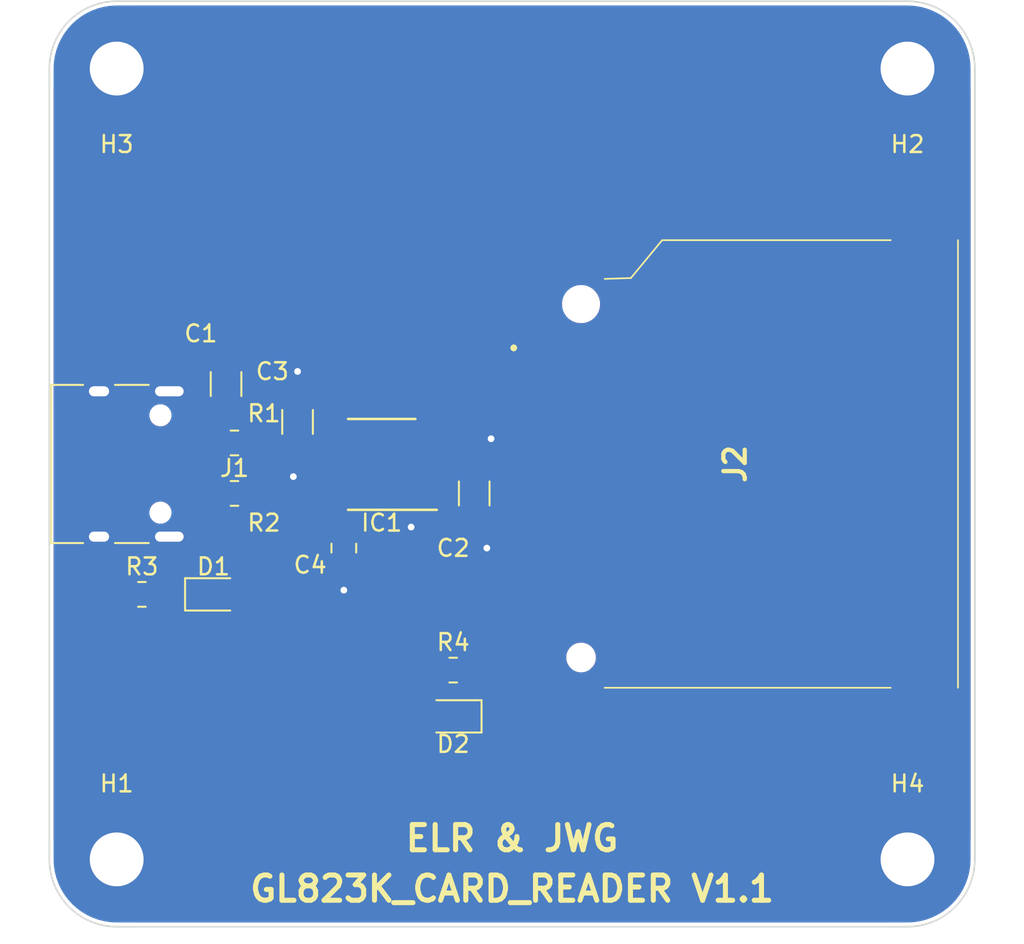
<source format=kicad_pcb>
(kicad_pcb (version 20211014) (generator pcbnew)
  (layers (0 "F.Cu" signal) (31 "B.Cu" signal) (34 "B.Paste" user) (35 "F.Paste" user) (36 "B.SilkS" user "B.Silkscreen") (37 "F.SilkS" user "F.Silkscreen") (38 "B.Mask" user) (39 "F.Mask" user) (44 "Edge.Cuts" user))
  (net 0 "")
  (net 1 "+5V")
  (net 2 "GND")
  (net 3 "/PMOS")
  (net 4 "+3V3")
  (net 5 "Net-(D1-Pad1)")
  (net 6 "Net-(D2-Pad1)")
  (net 7 "Net-(J1-PadA5)")
  (net 8 "/USB1DP")
  (net 9 "/USB1DM")
  (net 11 "Net-(J1-PadB5)")
  (net 13 "/DATA2")
  (net 14 "/DATA3")
  (net 15 "/CMD")
  (net 16 "/CLK")
  (net 17 "/DATA0")
  (net 18 "/DATA1")
  (net 19 "/SD_CD")
  (net 21 "/LED")
  (footprint "Connector_USB:USB_C_Receptacle_HRO_TYPE-C-31-M-12" (layer "F.Cu") (at 125 90.5 -90)
    (fp_text reference "J1" (at 0.25 -7) (layer "F.SilkS"))
    (fp_text value "USB_C_Receptacle_USB2.0")
    (fp_line (start -4.7 3.9) (end 4.7 3.9) (layer "F.SilkS") (width 0.12))
    (fp_line (start 4.7 2) (end 4.7 3.9) (layer "F.SilkS") (width 0.12))
    (fp_line (start 4.7 -1.9) (end 4.7 0.1) (layer "F.SilkS") (width 0.12))
    (fp_line (start -4.7 -1.9) (end -4.7 0.1) (layer "F.SilkS") (width 0.12))
    (fp_line (start -4.7 2) (end -4.7 3.9) (layer "F.SilkS") (width 0.12))
    (pad "" np_thru_hole circle locked (at 2.89 -2.6 270) (size 0.65 0.65) (drill 0.65) (layers *.Cu *.Mask))
    (pad "" np_thru_hole circle locked (at -2.89 -2.6 270) (size 0.65 0.65) (drill 0.65) (layers *.Cu *.Mask))
    (pad "A1" smd rect locked (at -3.25 -4.045 270) (size 0.6 1.45) (layers "F.Cu" "F.Paste" "F.Mask") (net 2 "GND"))
    (pad "A4" smd rect locked (at -2.45 -4.045 270) (size 0.6 1.45) (layers "F.Cu" "F.Paste" "F.Mask") (net 1 "+5V"))
    (pad "A5" smd rect locked (at -1.25 -4.045 270) (size 0.3 1.45) (layers "F.Cu" "F.Paste" "F.Mask") (net 7 "Net-(J1-PadA5)"))
    (pad "A6" smd rect locked (at -0.25 -4.045 270) (size 0.3 1.45) (layers "F.Cu" "F.Paste" "F.Mask") (net 8 "/USB1DP"))
    (pad "A7" smd rect locked (at 0.25 -4.045 270) (size 0.3 1.45) (layers "F.Cu" "F.Paste" "F.Mask") (net 9 "/USB1DM"))
    (pad "A8" smd rect locked (at 1.25 -4.045 270) (size 0.3 1.45) (layers "F.Cu" "F.Paste" "F.Mask"))
    (pad "A9" smd rect locked (at 2.45 -4.045 270) (size 0.6 1.45) (layers "F.Cu" "F.Paste" "F.Mask") (net 1 "+5V"))
    (pad "A12" smd rect locked (at 3.25 -4.045 270) (size 0.6 1.45) (layers "F.Cu" "F.Paste" "F.Mask") (net 2 "GND"))
    (pad "B1" smd rect locked (at 3.25 -4.045 270) (size 0.6 1.45) (layers "F.Cu" "F.Paste" "F.Mask") (net 2 "GND"))
    (pad "B4" smd rect locked (at 2.45 -4.045 270) (size 0.6 1.45) (layers "F.Cu" "F.Paste" "F.Mask") (net 1 "+5V"))
    (pad "B5" smd rect locked (at 1.75 -4.045 270) (size 0.3 1.45) (layers "F.Cu" "F.Paste" "F.Mask") (net 11 "Net-(J1-PadB5)"))
    (pad "B6" smd rect locked (at 0.75 -4.045 270) (size 0.3 1.45) (layers "F.Cu" "F.Paste" "F.Mask") (net 8 "/USB1DP"))
    (pad "B7" smd rect locked (at -0.75 -4.045 270) (size 0.3 1.45) (layers "F.Cu" "F.Paste" "F.Mask") (net 9 "/USB1DM"))
    (pad "B8" smd rect locked (at -1.75 -4.045 270) (size 0.3 1.45) (layers "F.Cu" "F.Paste" "F.Mask"))
    (pad "B9" smd rect locked (at -2.45 -4.045 270) (size 0.6 1.45) (layers "F.Cu" "F.Paste" "F.Mask") (net 1 "+5V"))
    (pad "B12" smd rect locked (at -3.25 -4.045 270) (size 0.6 1.45) (layers "F.Cu" "F.Paste" "F.Mask") (net 2 "GND"))
    (pad "S1" thru_hole oval locked (at 4.32 1.05 270) (size 1 1.6) (drill oval 0.6 1.2) (layers *.Cu *.Mask) (net 2 "GND"))
    (pad "S1" thru_hole oval locked (at -4.32 -3.13 270) (size 1 2.1) (drill oval 0.6 1.7) (layers *.Cu *.Mask) (net 2 "GND"))
    (pad "S1" thru_hole oval locked (at 4.32 -3.13 270) (size 1 2.1) (drill oval 0.6 1.7) (layers *.Cu *.Mask) (net 2 "GND"))
    (pad "S1" thru_hole oval locked (at -4.32 1.05 270) (size 1 1.6) (drill oval 0.6 1.2) (layers *.Cu *.Mask) (net 2 "GND"))
  )
  (footprint "Resistor_SMD:R_0805_2012Metric" (layer "F.Cu") (at 145 102.75)
    (fp_text reference "R4" (at 0 -1.65) (layer "F.SilkS"))
    (fp_text value "470")
    (fp_line (start -0.227064 -0.735) (end 0.227064 -0.735) (layer "F.SilkS") (width 0.12))
    (fp_line (start -0.227064 0.735) (end 0.227064 0.735) (layer "F.SilkS") (width 0.12))
    (pad "1" smd roundrect (at -0.9125 0) (size 1.025 1.4) (layers "F.Cu" "F.Paste" "F.Mask") (roundrect_rratio 0.243902439) (net 21 "/LED"))
    (pad "2" smd roundrect (at 0.9125 0) (size 1.025 1.4) (layers "F.Cu" "F.Paste" "F.Mask") (roundrect_rratio 0.243902439) (net 6 "Net-(D2-Pad1)"))
  )
  (footprint "Resistor_SMD:R_0805_2012Metric" (layer "F.Cu") (at 132 92.25)
    (fp_text reference "R2" (at 1.75 1.75) (layer "F.SilkS"))
    (fp_text value "5K1")
    (fp_line (start -0.227064 -0.735) (end 0.227064 -0.735) (layer "F.SilkS") (width 0.12))
    (fp_line (start -0.227064 0.735) (end 0.227064 0.735) (layer "F.SilkS") (width 0.12))
    (pad "1" smd roundrect (at -0.9125 0) (size 1.025 1.4) (layers "F.Cu" "F.Paste" "F.Mask") (roundrect_rratio 0.243902439) (net 11 "Net-(J1-PadB5)"))
    (pad "2" smd roundrect (at 0.9125 0) (size 1.025 1.4) (layers "F.Cu" "F.Paste" "F.Mask") (roundrect_rratio 0.243902439) (net 2 "GND"))
  )
  (footprint "MountingHole:MountingHole_3.2mm_M3_Pad" (layer "F.Cu") (at 172 114)
    (fp_text reference "H4" (at 0 -4.5) (layer "F.SilkS"))
    (fp_text value "MountingHole_Pad")
    (pad "1" thru_hole circle locked (at 0 0) (size 6.4 6.4) (drill 3.2) (layers *.Cu *.Mask) (net 2 "GND"))
  )
  (footprint "LED_SMD:LED_0805_2012Metric" (layer "F.Cu") (at 130.75 98.25)
    (fp_text reference "D1" (at 0 -1.65) (layer "F.SilkS"))
    (fp_text value "ORANGE")
    (fp_line (start 1 -0.96) (end -1.685 -0.96) (layer "F.SilkS") (width 0.12))
    (fp_line (start -1.685 -0.96) (end -1.685 0.96) (layer "F.SilkS") (width 0.12))
    (fp_line (start -1.685 0.96) (end 1 0.96) (layer "F.SilkS") (width 0.12))
    (pad "1" smd roundrect (at -0.9375 0) (size 0.975 1.4) (layers "F.Cu" "F.Paste" "F.Mask") (net 5 "Net-(D1-Pad1)"))
    (pad "2" smd roundrect (at 0.9375 0) (size 0.975 1.4) (layers "F.Cu" "F.Paste" "F.Mask") (net 4 "+3V3"))
  )
  (footprint "SamacSys_Parts:20410214" (layer "F.Cu") (at 174.475 76.85 90)
    (fp_text reference "J2" (at -13.65 -12.725 90) (layer "F.SilkS") (effects (font (size 1.27 1.27) (thickness 0.254))))
    (fp_text value "2041021-4" hide)
    (fp_line (start -0.35 -17.055) (end -2.6 -18.915) (layer "F.SilkS") (width 0.1))
    (fp_line (start -2.6 -18.915) (end -2.65 -20.475) (layer "F.SilkS") (width 0.1))
    (fp_line (start -26.95 -20.475) (end -26.95 -3.475) (layer "F.SilkS") (width 0.1))
    (fp_line (start -6.65 -25.875) (end -6.65 -25.875) (layer "F.SilkS") (width 0.2))
    (fp_line (start -0.35 -3.475) (end -0.35 -17.055) (layer "F.SilkS") (width 0.1))
    (fp_line (start -6.85 -25.875) (end -6.85 -25.875) (layer "F.SilkS") (width 0.2))
    (fp_line (start -26.95 0.525) (end -0.35 0.525) (layer "F.SilkS") (width 0.1))
    (fp_arc (start -6.65 -25.875) (mid -6.75 -25.775) (end -6.85 -25.875) (layer "F.SilkS") (width 0.2))
    (fp_arc (start -6.85 -25.875) (mid -6.75 -25.975) (end -6.65 -25.875) (layer "F.SilkS") (width 0.2))
    (pad "" np_thru_hole circle locked (at -25.15 -21.875 90) (size 1.1 1.1) (drill 1.1) (layers *.Cu *.Mask))
    (pad "" np_thru_hole circle locked (at -4.15 -21.875 90) (size 1.6 1.6) (drill 1.6) (layers *.Cu *.Mask))
    (pad "1" smd rect locked (at -6.775 -24.675 90) (size 1 1.5) (layers "F.Cu" "F.Paste" "F.Mask") (net 14 "/DATA3"))
    (pad "2" smd rect locked (at -9.275 -24.675 90) (size 1 1.5) (layers "F.Cu" "F.Paste" "F.Mask") (net 15 "/CMD"))
    (pad "3" smd rect locked (at -11.775 -24.675 90) (size 1 1.5) (layers "F.Cu" "F.Paste" "F.Mask") (net 2 "GND"))
    (pad "4" smd rect locked (at -14.275 -24.675 90) (size 1 1.5) (layers "F.Cu" "F.Paste" "F.Mask") (net 3 "/PMOS"))
    (pad "5" smd rect locked (at -16.775 -24.675 90) (size 1 1.5) (layers "F.Cu" "F.Paste" "F.Mask") (net 16 "/CLK"))
    (pad "6" smd rect locked (at -19.275 -24.675 90) (size 1 1.5) (layers "F.Cu" "F.Paste" "F.Mask") (net 2 "GND"))
    (pad "7" smd rect locked (at -21.705 -24.675 90) (size 1 1.5) (layers "F.Cu" "F.Paste" "F.Mask") (net 17 "/DATA0"))
    (pad "8" smd rect locked (at -23.405 -24.675 90) (size 1 1.5) (layers "F.Cu" "F.Paste" "F.Mask") (net 18 "/DATA1"))
    (pad "9" smd rect locked (at -4.275 -24.675 90) (size 1 1.5) (layers "F.Cu" "F.Paste" "F.Mask") (net 13 "/DATA2"))
    (pad "10" smd rect locked (at -24.705 -24.675 90) (size 0.7 1.5) (layers "F.Cu" "F.Paste" "F.Mask") (net 19 "/SD_CD"))
    (pad "11" smd rect locked (at -25.905 -24.675 90) (size 0.7 1.5) (layers "F.Cu" "F.Paste" "F.Mask"))
    (pad "12" smd rect locked (at -27.3 -22.875 90) (size 1.5 2.8) (layers "F.Cu" "F.Paste" "F.Mask") (net 2 "GND"))
    (pad "13" smd rect locked (at -27.3 -1.375 90) (size 1.5 2.8) (layers "F.Cu" "F.Paste" "F.Mask") (net 2 "GND"))
    (pad "14" smd rect locked (at 0 -1.375 90) (size 1.5 2.8) (layers "F.Cu" "F.Paste" "F.Mask") (net 2 "GND"))
    (pad "15" smd rect locked (at -2.2 -22.875 90) (size 1.5 2.8) (layers "F.Cu" "F.Paste" "F.Mask") (net 2 "GND"))
  )
  (footprint "MountingHole:MountingHole_3.2mm_M3_Pad" (layer "F.Cu") (at 125 67)
    (fp_text reference "H3" (at 0 4.5) (layer "F.SilkS"))
    (fp_text value "MountingHole_Pad")
    (pad "1" thru_hole circle locked (at 0 0) (size 6.4 6.4) (drill 3.2) (layers *.Cu *.Mask) (net 2 "GND"))
  )
  (footprint "MountingHole:MountingHole_3.2mm_M3_Pad" (layer "F.Cu") (at 172 67)
    (fp_text reference "H2" (at 0 4.5) (layer "F.SilkS"))
    (fp_text value "MountingHole_Pad")
    (pad "1" thru_hole circle locked (at 0 0) (size 6.4 6.4) (drill 3.2) (layers *.Cu *.Mask) (net 2 "GND"))
  )
  (footprint "LED_SMD:LED_0805_2012Metric" (layer "F.Cu") (at 145 105.5 180)
    (fp_text reference "D2" (at 0 -1.65) (layer "F.SilkS"))
    (fp_text value "ORANGE")
    (fp_line (start -1.685 -0.96) (end -1.685 0.96) (layer "F.SilkS") (width 0.12))
    (fp_line (start 1 -0.96) (end -1.685 -0.96) (layer "F.SilkS") (width 0.12))
    (fp_line (start -1.685 0.96) (end 1 0.96) (layer "F.SilkS") (width 0.12))
    (pad "1" smd roundrect (at -0.9375 0 180) (size 0.975 1.4) (layers "F.Cu" "F.Paste" "F.Mask") (net 6 "Net-(D2-Pad1)"))
    (pad "2" smd roundrect (at 0.9375 0 180) (size 0.975 1.4) (layers "F.Cu" "F.Paste" "F.Mask") (net 4 "+3V3"))
  )
  (footprint "MountingHole:MountingHole_3.2mm_M3_Pad" (layer "F.Cu") (at 125 114)
    (fp_text reference "H1" (at 0 -4.5) (layer "F.SilkS"))
    (fp_text value "MountingHole_Pad")
    (pad "1" thru_hole circle locked (at 0 0) (size 6.4 6.4) (drill 3.2) (layers *.Cu *.Mask) (net 2 "GND"))
  )
  (footprint "Capacitor_SMD:C_1206_3216Metric" (layer "F.Cu") (at 135.75 88 90)
    (fp_text reference "C3" (at 3 -1.5) (layer "F.SilkS"))
    (fp_text value "10u")
    (fp_line (start -0.711252 0.91) (end 0.711252 0.91) (layer "F.SilkS") (width 0.12))
    (fp_line (start -0.711252 -0.91) (end 0.711252 -0.91) (layer "F.SilkS") (width 0.12))
    (pad "1" smd roundrect (at -1.475 0 90) (size 1.15 1.8) (layers "F.Cu" "F.Paste" "F.Mask") (roundrect_rratio 0.2173913043) (net 4 "+3V3"))
    (pad "2" smd roundrect (at 1.475 0 90) (size 1.15 1.8) (layers "F.Cu" "F.Paste" "F.Mask") (roundrect_rratio 0.2173913043) (net 2 "GND"))
  )
  (footprint "Resistor_SMD:R_0805_2012Metric" (layer "F.Cu") (at 132 89.25)
    (fp_text reference "R1" (at 1.75 -1.75) (layer "F.SilkS"))
    (fp_text value "5K1")
    (fp_line (start -0.227064 -0.735) (end 0.227064 -0.735) (layer "F.SilkS") (width 0.12))
    (fp_line (start -0.227064 0.735) (end 0.227064 0.735) (layer "F.SilkS") (width 0.12))
    (pad "1" smd roundrect (at -0.9125 0) (size 1.025 1.4) (layers "F.Cu" "F.Paste" "F.Mask") (roundrect_rratio 0.243902439) (net 7 "Net-(J1-PadA5)"))
    (pad "2" smd roundrect (at 0.9125 0) (size 1.025 1.4) (layers "F.Cu" "F.Paste" "F.Mask") (roundrect_rratio 0.243902439) (net 2 "GND"))
  )
  (footprint "Capacitor_SMD:C_1206_3216Metric" (layer "F.Cu") (at 131.5 85.75 90)
    (fp_text reference "C1" (at 3 -1.5) (layer "F.SilkS"))
    (fp_text value "10u")
    (fp_line (start -0.711252 0.91) (end 0.711252 0.91) (layer "F.SilkS") (width 0.12))
    (fp_line (start -0.711252 -0.91) (end 0.711252 -0.91) (layer "F.SilkS") (width 0.12))
    (pad "1" smd roundrect (at -1.475 0 90) (size 1.15 1.8) (layers "F.Cu" "F.Paste" "F.Mask") (roundrect_rratio 0.2173913043) (net 1 "+5V"))
    (pad "2" smd roundrect (at 1.475 0 90) (size 1.15 1.8) (layers "F.Cu" "F.Paste" "F.Mask") (roundrect_rratio 0.2173913043) (net 2 "GND"))
  )
  (footprint "Package_SO:SSOP-16_3.9x4.9mm_P0.635mm" (layer "F.Cu") (at 140.75 90.5 180)
    (fp_text reference "IC1" (at 0 -3.5 180) (layer "F.SilkS"))
    (fp_text value "GL823K")
    (fp_line (start -2 2.675) (end 2 2.675) (layer "F.SilkS") (width 0.15))
    (fp_line (start -3.275 -2.725) (end 2 -2.725) (layer "F.SilkS") (width 0.15))
    (pad "1" smd rect (at -2.6 -2.2225 180) (size 1.2 0.4) (layers "F.Cu" "F.Paste" "F.Mask") (net 2 "GND"))
    (pad "2" smd rect (at -2.6 -1.5875 180) (size 1.2 0.4) (layers "F.Cu" "F.Paste" "F.Mask") (net 18 "/DATA1"))
    (pad "3" smd rect (at -2.6 -0.9525 180) (size 1.2 0.4) (layers "F.Cu" "F.Paste" "F.Mask") (net 17 "/DATA0"))
    (pad "4" smd rect (at -2.6 -0.3175 180) (size 1.2 0.4) (layers "F.Cu" "F.Paste" "F.Mask") (net 16 "/CLK"))
    (pad "5" smd rect (at -2.6 0.3175 180) (size 1.2 0.4) (layers "F.Cu" "F.Paste" "F.Mask") (net 15 "/CMD"))
    (pad "6" smd rect (at -2.6 0.9525 180) (size 1.2 0.4) (layers "F.Cu" "F.Paste" "F.Mask") (net 14 "/DATA3"))
    (pad "7" smd rect (at -2.6 1.5875 180) (size 1.2 0.4) (layers "F.Cu" "F.Paste" "F.Mask") (net 13 "/DATA2"))
    (pad "8" smd rect (at -2.6 2.2225 180) (size 1.2 0.4) (layers "F.Cu" "F.Paste" "F.Mask") (net 3 "/PMOS"))
    (pad "9" smd rect (at 2.6 2.2225 180) (size 1.2 0.4) (layers "F.Cu" "F.Paste" "F.Mask") (net 4 "+3V3"))
    (pad "10" smd rect (at 2.6 1.5875 180) (size 1.2 0.4) (layers "F.Cu" "F.Paste" "F.Mask") (net 1 "+5V"))
    (pad "11" smd rect (at 2.6 0.9525 180) (size 1.2 0.4) (layers "F.Cu" "F.Paste" "F.Mask") (net 19 "/SD_CD"))
    (pad "12" smd rect (at 2.6 0.3175 180) (size 1.2 0.4) (layers "F.Cu" "F.Paste" "F.Mask") (net 21 "/LED"))
    (pad "13" smd rect (at 2.6 -0.3175 180) (size 1.2 0.4) (layers "F.Cu" "F.Paste" "F.Mask") (net 4 "+3V3"))
    (pad "14" smd rect (at 2.6 -0.9525 180) (size 1.2 0.4) (layers "F.Cu" "F.Paste" "F.Mask") (net 2 "GND"))
    (pad "15" smd rect (at 2.6 -1.5875 180) (size 1.2 0.4) (layers "F.Cu" "F.Paste" "F.Mask") (net 8 "/USB1DP"))
    (pad "16" smd rect (at 2.6 -2.2225 180) (size 1.2 0.4) (layers "F.Cu" "F.Paste" "F.Mask") (net 9 "/USB1DM"))
  )
  (footprint "Capacitor_SMD:C_0805_2012Metric" (layer "F.Cu") (at 138.5 95.5 -90)
    (fp_text reference "C4" (at 1 2) (layer "F.SilkS"))
    (fp_text value "0.1u")
    (fp_line (start -0.261252 -0.735) (end 0.261252 -0.735) (layer "F.SilkS") (width 0.12))
    (fp_line (start -0.261252 0.735) (end 0.261252 0.735) (layer "F.SilkS") (width 0.12))
    (pad "1" smd roundrect (at -0.95 0 270) (size 1 1.45) (layers "F.Cu" "F.Paste" "F.Mask") (net 4 "+3V3"))
    (pad "2" smd roundrect (at 0.95 0 270) (size 1 1.45) (layers "F.Cu" "F.Paste" "F.Mask") (net 2 "GND"))
  )
  (footprint "Capacitor_SMD:C_1206_3216Metric" (layer "F.Cu") (at 146.25 92.25 -90)
    (fp_text reference "C2" (at 3.25 1.25) (layer "F.SilkS"))
    (fp_text value "10u")
    (fp_line (start -0.711252 -0.91) (end 0.711252 -0.91) (layer "F.SilkS") (width 0.12))
    (fp_line (start -0.711252 0.91) (end 0.711252 0.91) (layer "F.SilkS") (width 0.12))
    (pad "1" smd roundrect (at -1.475 0 270) (size 1.15 1.8) (layers "F.Cu" "F.Paste" "F.Mask") (roundrect_rratio 0.2173913043) (net 3 "/PMOS"))
    (pad "2" smd roundrect (at 1.475 0 270) (size 1.15 1.8) (layers "F.Cu" "F.Paste" "F.Mask") (roundrect_rratio 0.2173913043) (net 2 "GND"))
  )
  (footprint "Resistor_SMD:R_0805_2012Metric" (layer "F.Cu") (at 126.5 98.25)
    (fp_text reference "R3" (at 0 -1.65) (layer "F.SilkS"))
    (fp_text value "470")
    (fp_line (start -0.227064 -0.735) (end 0.227064 -0.735) (layer "F.SilkS") (width 0.12))
    (fp_line (start -0.227064 0.735) (end 0.227064 0.735) (layer "F.SilkS") (width 0.12))
    (pad "1" smd roundrect (at -0.9125 0) (size 1.025 1.4) (layers "F.Cu" "F.Paste" "F.Mask") (roundrect_rratio 0.243902439) (net 2 "GND"))
    (pad "2" smd roundrect (at 0.9125 0) (size 1.025 1.4) (layers "F.Cu" "F.Paste" "F.Mask") (roundrect_rratio 0.243902439) (net 5 "Net-(D1-Pad1)"))
  )
  (gr_arc locked (start 176 114) (mid 174.828427 116.828427) (end 172 118) (layer "Edge.Cuts") (width 0.1))
  (gr_arc locked (start 121 67) (mid 122.171573 64.171573) (end 125 63) (layer "Edge.Cuts") (width 0.1))
  (gr_arc locked (start 172 63) (mid 174.828427 64.171573) (end 176 67) (layer "Edge.Cuts") (width 0.1))
  (gr_line locked (start 125 63) (end 172 63) (layer "Edge.Cuts") (width 0.1))
  (gr_line locked (start 176 67) (end 176 114) (layer "Edge.Cuts") (width 0.1))
  (gr_arc locked (start 125 118) (mid 122.171573 116.828427) (end 121 114) (layer "Edge.Cuts") (width 0.1))
  (gr_line locked (start 121 67) (end 121 114) (layer "Edge.Cuts") (width 0.1))
  (gr_line locked (start 125 118) (end 172 118) (layer "Edge.Cuts") (width 0.1))
  (gr_text "ELR & JWG" (at 148.5 112.75) (layer "F.SilkS") (effects (font (size 1.5 1.5) (thickness 0.3))))
  (gr_text "GL823K_CARD_READER V1.1" (at 148.5 115.75) (layer "F.SilkS") (effects (font (size 1.5 1.5) (thickness 0.3))))
  (segment (start 139.088 88.912) (end 138.05 88.912) (width 0.4) (layer "F.Cu") (net 1))
  (segment (start 129.045 88.05) (end 131.55 88.05) (width 0.4) (layer "F.Cu") (net 1))
  (segment (start 131.5 88) (end 131.55 88.05) (width 0.4) (layer "F.Cu") (net 1))
  (segment (start 136.2 88.05) (end 136.75 87.5) (width 0.4) (layer "F.Cu") (net 1))
  (segment (start 139 87.5) (end 139.25 87.75) (width 0.4) (layer "F.Cu") (net 1))
  (segment (start 139.25 87.75) (end 139.25 88.75) (width 0.4) (layer "F.Cu") (net 1))
  (segment (start 131.5 87.225) (end 131.5 88) (width 0.4) (layer "F.Cu") (net 1))
  (segment (start 131.55 88.05) (end 136.2 88.05) (width 0.4) (layer "F.Cu") (net 1))
  (segment (start 136.75 87.5) (end 139 87.5) (width 0.4) (layer "F.Cu") (net 1))
  (segment (start 139.25 88.75) (end 139.088 88.912) (width 0.4) (layer "F.Cu") (net 1))
  (segment (start 138.05 91.452) (end 135.702 91.452) (width 0.4) (layer "F.Cu") (net 2))
  (segment (start 146.25 93.725) (end 146.25 94.75) (width 0.4) (layer "F.Cu") (net 2))
  (segment (start 129.045 87.25) (end 129.045 86.73) (width 0.4) (layer "F.Cu") (net 2))
  (segment (start 125 67) (end 125 85.13) (width 0.6) (layer "F.Cu") (net 2))
  (segment (start 143.45 93.3) (end 142.5 94.25) (width 0.4) (layer "F.Cu") (net 2))
  (segment (start 123.95 112.95) (end 123.95 98.2) (width 0.6) (layer "F.Cu") (net 2))
  (segment (start 124 98.25) (end 123.95 98.2) (width 0.4) (layer "F.Cu") (net 2))
  (segment (start 129.045 86.73) (end 131.5 84.275) (width 0.4) (layer "F.Cu") (net 2))
  (segment (start 129.045 87.25) (end 129.045 87.095) (width 0.4) (layer "F.Cu") (net 2))
  (segment (start 173.1 76.85) (end 153.8 76.85) (width 0.6) (layer "F.Cu") (net 2))
  (segment (start 125 85.13) (end 123.95 86.18) (width 0.6) (layer "F.Cu") (net 2))
  (segment (start 172 67) (end 125 67) (width 0.6) (layer "F.Cu") (net 2))
  (segment (start 149.8 88.625) (end 147.625 88.625) (width 0.4) (layer "F.Cu") (net 2))
  (segment (start 125.5875 98.25) (end 124 98.25) (width 0.4) (layer "F.Cu") (net 2))
  (segment (start 135.75 86.525) (end 135.75 85) (width 0.4) (layer "F.Cu") (net 2))
  (segment (start 129.045 93.75) (end 131.4125 93.75) (width 0.4) (layer "F.Cu") (net 2))
  (segment (start 173.1 68.1) (end 172 67) (width 0.6) (layer "F.Cu") (net 2))
  (segment (start 152.671649 79.05) (end 154.029521 80.407872) (width 0.6) (layer "F.Cu") (net 2))
  (segment (start 133.5 89.25) (end 135.5 91.25) (width 0.4) (layer "F.Cu") (net 2))
  (segment (start 146.25 94.75) (end 147 95.5) (width 0.4) (layer "F.Cu") (net 2))
  (segment (start 154.029521 80.407872) (end 154.029521 98.470479) (width 0.6) (layer "F.Cu") (net 2))
  (segment (start 151.6 79.05) (end 152.671649 79.05) (width 0.6) (layer "F.Cu") (net 2))
  (segment (start 123.95 98.2) (end 123.95 94.82) (width 0.6) (layer "F.Cu") (net 2))
  (segment (start 125 114) (end 123.95 112.95) (width 0.6) (layer "F.Cu") (net 2))
  (segment (start 173.1 76.85) (end 173.1 68.1) (width 0.6) (layer "F.Cu") (net 2))
  (segment (start 135.702 91.452) (end 135.5 91.25) (width 0.4) (layer "F.Cu") (net 2))
  (segment (start 131.4125 93.75) (end 132.9125 92.25) (width 0.4) (layer "F.Cu") (net 2))
  (segment (start 138.5 96.45) (end 138.5 98) (width 0.4) (layer "F.Cu") (net 2))
  (segment (start 147.625 96.125) (end 149.8 96.125) (width 0.4) (layer "F.Cu") (net 2))
  (segment (start 153.8 76.85) (end 151.6 79.05) (width 0.6) (layer "F.Cu") (net 2))
  (segment (start 152.118096 104.15) (end 151.6 104.15) (width 0.6) (layer "F.Cu") (net 2))
  (segment (start 143.45 92.722) (end 143.45 93.3) (width 0.4) (layer "F.Cu") (net 2))
  (segment (start 129.045 93.75) (end 129.045 93.905) (width 0.4) (layer "F.Cu") (net 2))
  (segment (start 147.625 88.625) (end 147.25 89) (width 0.4) (layer "F.Cu") (net 2))
  (segment (start 132.9125 89.25) (end 133.5 89.25) (width 0.4) (layer "F.Cu") (net 2))
  (segment (start 123.95 86.18) (end 128.13 86.18) (width 0.6) (layer "F.Cu") (net 2))
  (segment (start 129.045 93.905) (end 128.13 94.82) (width 0.4) (layer "F.Cu") (net 2))
  (segment (start 154.029521 98.470479) (end 154.029521 102.238575) (width 0.6) (layer "F.Cu") (net 2))
  (segment (start 173.1 112.9) (end 172 114) (width 0.6) (layer "F.Cu") (net 2))
  (segment (start 129.045 87.095) (end 128.13 86.18) (width 0.4) (layer "F.Cu") (net 2))
  (segment (start 147 95.5) (end 147.625 96.125) (width 0.4) (layer "F.Cu") (net 2))
  (segment (start 173.1 104.15) (end 173.1 112.9) (width 0.6) (layer "F.Cu") (net 2))
  (segment (start 151.6 104.15) (end 173.1 104.15) (width 0.6) (layer "F.Cu") (net 2))
  (segment (start 128.13 94.82) (end 123.95 94.82) (width 0.6) (layer "F.Cu") (net 2))
  (segment (start 154.029521 102.238575) (end 152.118096 104.15) (width 0.6) (layer "F.Cu") (net 2))
  (via (at 135.5 91.25) (size 0.8) (drill 0.4) (layers "F.Cu" "B.Cu") (net 2))
  (via (at 147.25 89) (size 0.8) (drill 0.4) (layers "F.Cu" "B.Cu") (net 2))
  (via (at 142.5 94.25) (size 0.8) (drill 0.4) (layers "F.Cu" "B.Cu") (net 2))
  (via (at 135.75 85) (size 0.8) (drill 0.4) (layers "F.Cu" "B.Cu") (net 2))
  (via (at 138.5 98) (size 0.8) (drill 0.4) (layers "F.Cu" "B.Cu") (net 2))
  (via (at 147 95.5) (size 0.8) (drill 0.4) (layers "F.Cu" "B.Cu") (net 2))
  (segment (start 151.270479 80.770479) (end 151.270479 89.654521) (width 0.4) (layer "F.Cu") (net 3))
  (segment (start 149.45 90.775) (end 149.8 91.125) (width 0.4) (layer "F.Cu") (net 3))
  (segment (start 146.75 85.5) (end 146.75 82.271978) (width 0.4) (layer "F.Cu") (net 3))
  (segment (start 146.25 90.775) (end 149.45 90.775) (width 0.4) (layer "F.Cu") (net 3))
  (segment (start 143.9725 88.2775) (end 146.75 85.5) (width 0.4) (layer "F.Cu") (net 3))
  (segment (start 148.723489 80.298489) (end 150.798489 80.298489) (width 0.4) (layer "F.Cu") (net 3))
  (segment (start 146.75 82.271978) (end 148.723489 80.298489) (width 0.4) (layer "F.Cu") (net 3))
  (segment (start 150.798489 80.298489) (end 151.270479 80.770479) (width 0.4) (layer "F.Cu") (net 3))
  (segment (start 151.270479 89.654521) (end 149.8 91.125) (width 0.4) (layer "F.Cu") (net 3))
  (segment (start 143.35 88.2775) (end 143.9725 88.2775) (width 0.4) (layer "F.Cu") (net 3))
  (segment (start 138.05 90.818) (end 139.2 90.818) (width 0.4) (layer "F.Cu") (net 4))
  (segment (start 139.5 94.5) (end 138.55 94.5) (width 0.4) (layer "F.Cu") (net 4))
  (segment (start 139.2 90.818) (end 140 91.618) (width 0.4) (layer "F.Cu") (net 4))
  (segment (start 138.05 88.278) (end 136.947 88.278) (width 0.4) (layer "F.Cu") (net 4))
  (segment (start 136 89.725) (end 135.75 89.475) (width 0.4) (layer "F.Cu") (net 4))
  (segment (start 140 101.25) (end 140 95) (width 0.4) (layer "F.Cu") (net 4))
  (segment (start 140 94) (end 139.5 94.5) (width 0.4) (layer "F.Cu") (net 4))
  (segment (start 144.0625 105.3125) (end 140 101.25) (width 0.4) (layer "F.Cu") (net 4))
  (segment (start 136.947 88.278) (end 135.75 89.475) (width 0.4) (layer "F.Cu") (net 4))
  (segment (start 136.318 90.818) (end 136 90.5) (width 0.4) (layer "F.Cu") (net 4))
  (segment (start 140 91.618) (end 140 94) (width 0.4) (layer "F.Cu") (net 4))
  (segment (start 136 90.5) (end 136 89.725) (width 0.4) (layer "F.Cu") (net 4))
  (segment (start 140 95) (end 139.5 94.5) (width 0.4) (layer "F.Cu") (net 4))
  (segment (start 138.05 90.818) (end 136.318 90.818) (width 0.4) (layer "F.Cu") (net 4))
  (segment (start 135.3875 94.55) (end 138.5 94.55) (width 0.4) (layer "F.Cu") (net 4))
  (segment (start 144.0625 105.5) (end 144.0625 105.3125) (width 0.4) (layer "F.Cu") (net 4))
  (segment (start 138.55 94.5) (end 138.5 94.55) (width 0.4) (layer "F.Cu") (net 4))
  (segment (start 131.6875 98.25) (end 135.3875 94.55) (width 0.4) (layer "F.Cu") (net 4))
  (segment (start 129.8125 98.25) (end 127.4125 98.25) (width 0.4) (layer "F.Cu") (net 5))
  (segment (start 145.9375 102.775) (end 145.9125 102.75) (width 0.4) (layer "F.Cu") (net 6))
  (segment (start 145.9375 105.5) (end 145.9375 102.775) (width 0.4) (layer "F.Cu") (net 6))
  (segment (start 131.0875 89.25) (end 129.045 89.25) (width 0.3) (layer "F.Cu") (net 7))
  (segment (start 129.045 91.25) (end 130.25 91.25) (width 0.3) (layer "F.Cu") (net 8))
  (segment (start 127.75 90.470978) (end 127.75 91.029022) (width 0.3) (layer "F.Cu") (net 8))
  (segment (start 130.5 91) (end 133.75 91) (width 0.3) (layer "F.Cu") (net 8))
  (segment (start 139.082522 92.088) (end 138.05 92.088) (width 0.3) (layer "F.Cu") (net 8))
  (segment (start 134 92.25) (end 135.039011 93.289011) (width 0.3) (layer "F.Cu") (net 8))
  (segment (start 133.75 91) (end 134 91.25) (width 0.3) (layer "F.Cu") (net 8))
  (segment (start 134 91.25) (end 134 92.25) (width 0.3) (layer "F.Cu") (net 8))
  (segment (start 130.25 91.25) (end 130.5 91) (width 0.3) (layer "F.Cu") (net 8))
  (segment (start 129.045 90.25) (end 127.970978 90.25) (width 0.3) (layer "F.Cu") (net 8))
  (segment (start 127.970978 90.25) (end 127.75 90.470978) (width 0.3) (layer "F.Cu") (net 8))
  (segment (start 127.970978 91.25) (end 129.045 91.25) (width 0.3) (layer "F.Cu") (net 8))
  (segment (start 139.25 92.255478) (end 139.082522 92.088) (width 0.3) (layer "F.Cu") (net 8))
  (segment (start 135.039011 93.289011) (end 139.149511 93.289011) (width 0.3) (layer "F.Cu") (net 8))
  (segment (start 139.25 93.188522) (end 139.25 92.255478) (width 0.3) (layer "F.Cu") (net 8))
  (segment (start 139.149511 93.289011) (end 139.25 93.188522) (width 0.3) (layer "F.Cu") (net 8))
  (segment (start 127.75 91.029022) (end 127.970978 91.25) (width 0.3) (layer "F.Cu") (net 8))
  (segment (start 130 90.75) (end 129.045 90.75) (width 0.3) (layer "F.Cu") (net 9))
  (segment (start 130 89.75) (end 130.25 90) (width 0.3) (layer "F.Cu") (net 9))
  (segment (start 133.956428 90.5) (end 130.25 90.5) (width 0.3) (layer "F.Cu") (net 9))
  (segment (start 134.5 92) (end 134.5 91.043572) (width 0.3) (layer "F.Cu") (net 9))
  (segment (start 135.222 92.722) (end 134.5 92) (width 0.3) (layer "F.Cu") (net 9))
  (segment (start 130.25 90) (end 130.25 90.5) (width 0.3) (layer "F.Cu") (net 9))
  (segment (start 138.05 92.722) (end 135.222 92.722) (width 0.3) (layer "F.Cu") (net 9))
  (segment (start 130.25 90.5) (end 130 90.75) (width 0.3) (layer "F.Cu") (net 9))
  (segment (start 134.5 91.043572) (end 133.956428 90.5) (width 0.3) (layer "F.Cu") (net 9))
  (segment (start 129.045 89.75) (end 130 89.75) (width 0.3) (layer "F.Cu") (net 9))
  (segment (start 131.0875 92.25) (end 129.045 92.25) (width 0.3) (layer "F.Cu") (net 11))
  (segment (start 149.8 81.125) (end 147.75 83.175) (width 0.25) (layer "F.Cu") (net 13))
  (segment (start 144.55502 88.9125) (end 143.35 88.9125) (width 0.25) (layer "F.Cu") (net 13))
  (segment (start 147.75 85.71752) (end 144.55502 88.9125) (width 0.25) (layer "F.Cu") (net 13))
  (segment (start 147.75 83.175) (end 147.75 85.71752) (width 0.25) (layer "F.Cu") (net 13))
  (segment (start 144.4525 89.5475) (end 143.35 89.5475) (width 0.25) (layer "F.Cu") (net 14))
  (segment (start 149.8 84.2) (end 144.4525 89.5475) (width 0.25) (layer "F.Cu") (net 14))
  (segment (start 149.8 83.625) (end 149.8 84.2) (width 0.25) (layer "F.Cu") (net 14))
  (segment (start 144.34998 90.1825) (end 143.35 90.1825) (width 0.25) (layer "F.Cu") (net 15))
  (segment (start 148.40748 86.125) (end 144.34998 90.1825) (width 0.25) (layer "F.Cu") (net 15))
  (segment (start 149.8 86.125) (end 148.40748 86.125) (width 0.25) (layer "F.Cu") (net 15))
  (segment (start 148.425 92.25) (end 149.8 93.625) (width 0.3) (layer "F.Cu") (net 16))
  (segment (start 144.3175 90.8175) (end 145.75 92.25) (width 0.3) (layer "F.Cu") (net 16))
  (segment (start 145.75 92.25) (end 148.425 92.25) (width 0.3) (layer "F.Cu") (net 16))
  (segment (start 143.35 90.8175) (end 144.3175 90.8175) (width 0.3) (layer "F.Cu") (net 16))
  (segment (start 144.2 91.4525) (end 144.62652 91.87902) (width 0.25) (layer "F.Cu") (net 17))
  (segment (start 144.62652 91.87902) (end 144.62652 97.62652) (width 0.25) (layer "F.Cu") (net 17))
  (segment (start 143.35 91.4525) (end 144.2 91.4525) (width 0.25) (layer "F.Cu") (net 17))
  (segment (start 145.555 98.555) (end 149.8 98.555) (width 0.25) (layer "F.Cu") (net 17))
  (segment (start 144.62652 97.62652) (end 145.555 98.555) (width 0.25) (layer "F.Cu") (net 17))
  (segment (start 143.35 92.0875) (end 144.018022 92.0875) (width 0.25) (layer "F.Cu") (net 18))
  (segment (start 144.018022 92.0875) (end 144.25 92.319478) (width 0.25) (layer "F.Cu") (net 18))
  (segment (start 146.72252 100.255) (end 149.8 100.255) (width 0.25) (layer "F.Cu") (net 18))
  (segment (start 144.25 92.319478) (end 144.25 97.78248) (width 0.25) (layer "F.Cu") (net 18))
  (segment (start 144.25 97.78248) (end 146.72252 100.255) (width 0.25) (layer "F.Cu") (net 18))
  (segment (start 141.19904 100.75334) (end 142.0007 101.555) (width 0.4) (layer "F.Cu") (net 19))
  (segment (start 141.19904 90.69904) (end 141.19904 100.75334) (width 0.4) (layer "F.Cu") (net 19))
  (segment (start 142.0007 101.555) (end 149.8 101.555) (width 0.4) (layer "F.Cu") (net 19))
  (segment (start 140.048 89.548) (end 141.19904 90.69904) (width 0.4) (layer "F.Cu") (net 19))
  (segment (start 138.05 89.548) (end 140.048 89.548) (width 0.4) (layer "F.Cu") (net 19))
  (segment (start 138.05 90.182) (end 139.682 90.182) (width 0.4) (layer "F.Cu") (net 21))
  (segment (start 139.682 90.182) (end 140.59952 91.09952) (width 0.4) (layer "F.Cu") (net 21))
  (segment (start 140.59952 91.09952) (end 140.59952 101.00167) (width 0.4) (layer "F.Cu") (net 21))
  (segment (start 142.34785 102.75) (end 144.0875 102.75) (width 0.4) (layer "F.Cu") (net 21))
  (segment (start 140.59952 101.00167) (end 142.34785 102.75) (width 0.4) (layer "F.Cu") (net 21))
  (zone (net 2) (net_name "GND") (layer "F.Cu") (connect_pads (clearance 0.25)) (min_thickness 0.254) (fill yes (thermal_gap 0.508) (thermal_bridge_width 0.508))
    (polygon (pts (xy 176 118) (xy 121 118) (xy 121 94) (xy 130.25 94) (xy 130.25 87) (xy 121 87) (xy 121 63) (xy 176 63)))
  )
  (zone (net 1) (net_name "+5V") (layer "F.Cu") (connect_pads yes (clearance 0.25)) (min_thickness 0.254) (fill yes (thermal_gap 0.508) (thermal_bridge_width 0.508))
    (polygon (pts (xy 129.75 93.5) (xy 126 93.5) (xy 126 87.5) (xy 129.75 87.5)))
  )
  (zone (net 2) (net_name "GND") (layer "F.Cu") (connect_pads (clearance 0.25)) (min_thickness 0.254) (fill yes (thermal_gap 0.508) (thermal_bridge_width 0.508))
    (polygon (pts (xy 125.25 94.75) (xy 121 94.75) (xy 121 86.25) (xy 125.25 86.25)))
  )
  (zone (net 2) (net_name "GND") (layer "B.Cu") (connect_pads yes (clearance 0.25)) (min_thickness 0.254) (fill yes (thermal_gap 0.508) (thermal_bridge_width 0.508))
    (polygon (pts (xy 176 118) (xy 121 118) (xy 121 63) (xy 176 63)))
  )
)
</source>
